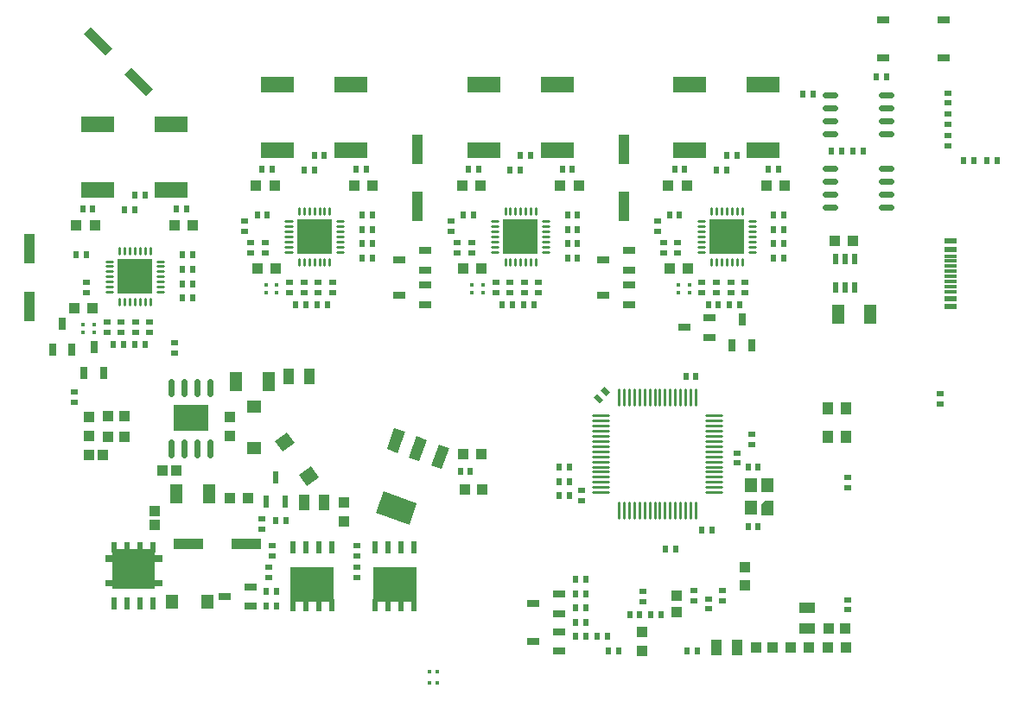
<source format=gtp>
G04 Layer: TopPasteMaskLayer*
G04 EasyEDA v6.3.39, 2020-04-29T16:10:24+08:00*
G04 8e32648d726441b9b9f64577d1232170,fed530592efb474aaabf7115e2e2b964,10*
G04 Gerber Generator version 0.2*
G04 Scale: 100 percent, Rotated: No, Reflected: No *
G04 Dimensions in millimeters *
G04 leading zeros omitted , absolute positions ,3 integer and 3 decimal *
%FSLAX33Y33*%
%MOMM*%
G90*
G71D02*

%ADD11C,0.599999*%
%ADD20C,0.280010*%
%ADD22R,1.150010X0.599999*%
%ADD23R,1.299997X0.299999*%
%ADD24R,1.150010X0.299999*%
%ADD25R,1.150010X1.399997*%
%ADD26R,1.199998X1.899996*%
%ADD27R,0.999998X1.550010*%
%ADD29R,1.550010X0.999998*%
%ADD30R,1.299997X0.699999*%
%ADD31R,0.550012X0.999998*%
%ADD32R,1.470660X1.270000*%
%ADD33R,0.999998X1.099998*%
%ADD34R,1.099998X0.999998*%
%ADD35R,3.450082X2.559990*%
%ADD38R,0.499999X0.799998*%
%ADD39R,0.990600X1.092200*%
%ADD40R,0.799998X0.499999*%
%ADD41R,3.499993X3.499993*%
%ADD42R,0.599999X1.299997*%
%ADD43R,0.999998X1.199998*%
%ADD44R,0.699999X1.250010*%
%ADD45R,1.250010X0.699999*%
%ADD46R,1.092200X0.990600*%
%ADD47R,0.319989X0.319989*%
%ADD48R,2.999994X0.999998*%
%ADD49R,0.999998X2.999994*%
%ADD50R,3.299993X1.599997*%
%ADD51R,0.599999X1.019988*%
%ADD52R,0.599999X1.270000*%
%ADD53R,4.250004X3.499866*%
%ADD54R,0.499999X1.299997*%
%ADD55R,1.199998X1.399997*%

%LPD*%
G54D11*
G01X21366Y33572D02*
G01X21366Y32372D01*
G01X20096Y33572D02*
G01X20096Y32372D01*
G01X18826Y33572D02*
G01X18826Y32372D01*
G01X17556Y33572D02*
G01X17556Y32372D01*
G01X21366Y27629D02*
G01X21366Y26429D01*
G01X20096Y27629D02*
G01X20096Y26429D01*
G01X18826Y27629D02*
G01X18826Y26429D01*
G01X17556Y27629D02*
G01X17556Y26429D01*
G01X87141Y50696D02*
G01X88061Y50696D01*
G01X87141Y51966D02*
G01X88061Y51966D01*
G01X87141Y53236D02*
G01X88061Y53236D01*
G01X87141Y54506D02*
G01X88061Y54506D01*
G01X81661Y50696D02*
G01X82581Y50696D01*
G01X81661Y51966D02*
G01X82581Y51966D01*
G01X81661Y53236D02*
G01X82581Y53236D01*
G01X81661Y54506D02*
G01X82581Y54506D01*
G01X87141Y57896D02*
G01X88061Y57896D01*
G01X87141Y59166D02*
G01X88061Y59166D01*
G01X87141Y60436D02*
G01X88061Y60436D01*
G01X87141Y61706D02*
G01X88061Y61706D01*
G01X81661Y57896D02*
G01X82581Y57896D01*
G01X81661Y59166D02*
G01X82581Y59166D01*
G01X81661Y60436D02*
G01X82581Y60436D01*
G01X81661Y61706D02*
G01X82581Y61706D01*
G54D20*
G01X68911Y20191D02*
G01X68911Y21711D01*
G01X68411Y20191D02*
G01X68411Y21711D01*
G01X67911Y20191D02*
G01X67911Y21711D01*
G01X67411Y20191D02*
G01X67411Y21711D01*
G01X66911Y20191D02*
G01X66911Y21711D01*
G01X66411Y20191D02*
G01X66411Y21711D01*
G01X65911Y20191D02*
G01X65911Y21711D01*
G01X65411Y20191D02*
G01X65411Y21711D01*
G01X64911Y20191D02*
G01X64911Y21711D01*
G01X64411Y20191D02*
G01X64411Y21711D01*
G01X63911Y20191D02*
G01X63911Y21711D01*
G01X63411Y20191D02*
G01X63411Y21711D01*
G01X62911Y20191D02*
G01X62911Y21711D01*
G01X62411Y20191D02*
G01X62411Y21711D01*
G01X61911Y20191D02*
G01X61911Y21711D01*
G01X61411Y20191D02*
G01X61411Y21711D01*
G01X60371Y22751D02*
G01X58851Y22751D01*
G01X60371Y23251D02*
G01X58851Y23251D01*
G01X60371Y23751D02*
G01X58851Y23751D01*
G01X60371Y24251D02*
G01X58851Y24251D01*
G01X60371Y24751D02*
G01X58851Y24751D01*
G01X60371Y25251D02*
G01X58851Y25251D01*
G01X60371Y25751D02*
G01X58851Y25751D01*
G01X60371Y26251D02*
G01X58851Y26251D01*
G01X60371Y26751D02*
G01X58851Y26751D01*
G01X60371Y27251D02*
G01X58851Y27251D01*
G01X60371Y27751D02*
G01X58851Y27751D01*
G01X60371Y28251D02*
G01X58851Y28251D01*
G01X60371Y28751D02*
G01X58851Y28751D01*
G01X60371Y29251D02*
G01X58851Y29251D01*
G01X60371Y29751D02*
G01X58851Y29751D01*
G01X60371Y30251D02*
G01X58851Y30251D01*
G01X61411Y31291D02*
G01X61411Y32811D01*
G01X61911Y31291D02*
G01X61911Y32811D01*
G01X62411Y31291D02*
G01X62411Y32811D01*
G01X62911Y31291D02*
G01X62911Y32811D01*
G01X63411Y31291D02*
G01X63411Y32811D01*
G01X63911Y31291D02*
G01X63911Y32811D01*
G01X64411Y31291D02*
G01X64411Y32811D01*
G01X64911Y31291D02*
G01X64911Y32811D01*
G01X65411Y31291D02*
G01X65411Y32811D01*
G01X65911Y31291D02*
G01X65911Y32811D01*
G01X66411Y31291D02*
G01X66411Y32811D01*
G01X66911Y31291D02*
G01X66911Y32811D01*
G01X67411Y31291D02*
G01X67411Y32811D01*
G01X67911Y31291D02*
G01X67911Y32811D01*
G01X68411Y31291D02*
G01X68411Y32811D01*
G01X68911Y31291D02*
G01X68911Y32811D01*
G01X71471Y30251D02*
G01X69951Y30251D01*
G01X71471Y29751D02*
G01X69951Y29751D01*
G01X71471Y29251D02*
G01X69951Y29251D01*
G01X71471Y28751D02*
G01X69951Y28751D01*
G01X71471Y28251D02*
G01X69951Y28251D01*
G01X71471Y27751D02*
G01X69951Y27751D01*
G01X71471Y27251D02*
G01X69951Y27251D01*
G01X71471Y26751D02*
G01X69951Y26751D01*
G01X71471Y26251D02*
G01X69951Y26251D01*
G01X71471Y25751D02*
G01X69951Y25751D01*
G01X71471Y25251D02*
G01X69951Y25251D01*
G01X71471Y24751D02*
G01X69951Y24751D01*
G01X71471Y24251D02*
G01X69951Y24251D01*
G01X71471Y23751D02*
G01X69951Y23751D01*
G01X71471Y23251D02*
G01X69951Y23251D01*
G01X71471Y22751D02*
G01X69951Y22751D01*
G01X30060Y50611D02*
G01X30060Y49991D01*
G01X30560Y50611D02*
G01X30560Y49991D01*
G01X31060Y50611D02*
G01X31060Y49991D01*
G01X31561Y50611D02*
G01X31561Y49991D01*
G01X32061Y50611D02*
G01X32061Y49991D01*
G01X32561Y50611D02*
G01X32561Y49991D01*
G01X33062Y50611D02*
G01X33062Y49991D01*
G01X33751Y49302D02*
G01X34371Y49302D01*
G01X33751Y48802D02*
G01X34371Y48802D01*
G01X33751Y48301D02*
G01X34371Y48301D01*
G01X33751Y47801D02*
G01X34371Y47801D01*
G01X33751Y47301D02*
G01X34371Y47301D01*
G01X33751Y46800D02*
G01X34371Y46800D01*
G01X33751Y46300D02*
G01X34371Y46300D01*
G01X33062Y45611D02*
G01X33062Y44991D01*
G01X32561Y45611D02*
G01X32561Y44991D01*
G01X32061Y45611D02*
G01X32061Y44991D01*
G01X31561Y45611D02*
G01X31561Y44991D01*
G01X31060Y45611D02*
G01X31060Y44991D01*
G01X30560Y45611D02*
G01X30560Y44991D01*
G01X30060Y45611D02*
G01X30060Y44991D01*
G01X28751Y46300D02*
G01X29371Y46300D01*
G01X28751Y46800D02*
G01X29371Y46800D01*
G01X28751Y47301D02*
G01X29371Y47301D01*
G01X28751Y47801D02*
G01X29371Y47801D01*
G01X28751Y48301D02*
G01X29371Y48301D01*
G01X28751Y48802D02*
G01X29371Y48802D01*
G01X28751Y49302D02*
G01X29371Y49302D01*
G01X12460Y46711D02*
G01X12460Y46091D01*
G01X12960Y46711D02*
G01X12960Y46091D01*
G01X13460Y46711D02*
G01X13460Y46091D01*
G01X13961Y46711D02*
G01X13961Y46091D01*
G01X14461Y46711D02*
G01X14461Y46091D01*
G01X14962Y46711D02*
G01X14962Y46091D01*
G01X15462Y46711D02*
G01X15462Y46091D01*
G01X16151Y45402D02*
G01X16771Y45402D01*
G01X16151Y44902D02*
G01X16771Y44902D01*
G01X16151Y44401D02*
G01X16771Y44401D01*
G01X16151Y43901D02*
G01X16771Y43901D01*
G01X16151Y43400D02*
G01X16771Y43400D01*
G01X16151Y42900D02*
G01X16771Y42900D01*
G01X16151Y42400D02*
G01X16771Y42400D01*
G01X15462Y41711D02*
G01X15462Y41091D01*
G01X14962Y41711D02*
G01X14962Y41091D01*
G01X14461Y41711D02*
G01X14461Y41091D01*
G01X13961Y41711D02*
G01X13961Y41091D01*
G01X13460Y41711D02*
G01X13460Y41091D01*
G01X12960Y41711D02*
G01X12960Y41091D01*
G01X12460Y41711D02*
G01X12460Y41091D01*
G01X11151Y42400D02*
G01X11771Y42400D01*
G01X11151Y42900D02*
G01X11771Y42900D01*
G01X11151Y43400D02*
G01X11771Y43400D01*
G01X11151Y43901D02*
G01X11771Y43901D01*
G01X11151Y44401D02*
G01X11771Y44401D01*
G01X11151Y44902D02*
G01X11771Y44902D01*
G01X11151Y45402D02*
G01X11771Y45402D01*
G01X70460Y50611D02*
G01X70460Y49991D01*
G01X70960Y50611D02*
G01X70960Y49991D01*
G01X71461Y50611D02*
G01X71461Y49991D01*
G01X71961Y50611D02*
G01X71961Y49991D01*
G01X72461Y50611D02*
G01X72461Y49991D01*
G01X72962Y50611D02*
G01X72962Y49991D01*
G01X73462Y50611D02*
G01X73462Y49991D01*
G01X74151Y49302D02*
G01X74771Y49302D01*
G01X74151Y48802D02*
G01X74771Y48802D01*
G01X74151Y48301D02*
G01X74771Y48301D01*
G01X74151Y47801D02*
G01X74771Y47801D01*
G01X74151Y47301D02*
G01X74771Y47301D01*
G01X74151Y46800D02*
G01X74771Y46800D01*
G01X74151Y46300D02*
G01X74771Y46300D01*
G01X73462Y45611D02*
G01X73462Y44991D01*
G01X72962Y45611D02*
G01X72962Y44991D01*
G01X72461Y45611D02*
G01X72461Y44991D01*
G01X71961Y45611D02*
G01X71961Y44991D01*
G01X71461Y45611D02*
G01X71461Y44991D01*
G01X70960Y45611D02*
G01X70960Y44991D01*
G01X70460Y45611D02*
G01X70460Y44991D01*
G01X69151Y46300D02*
G01X69771Y46300D01*
G01X69151Y46800D02*
G01X69771Y46800D01*
G01X69151Y47301D02*
G01X69771Y47301D01*
G01X69151Y47801D02*
G01X69771Y47801D01*
G01X69151Y48301D02*
G01X69771Y48301D01*
G01X69151Y48802D02*
G01X69771Y48802D01*
G01X69151Y49302D02*
G01X69771Y49302D01*
G01X50260Y50611D02*
G01X50260Y49991D01*
G01X50760Y50611D02*
G01X50760Y49991D01*
G01X51260Y50611D02*
G01X51260Y49991D01*
G01X51761Y50611D02*
G01X51761Y49991D01*
G01X52261Y50611D02*
G01X52261Y49991D01*
G01X52762Y50611D02*
G01X52762Y49991D01*
G01X53262Y50611D02*
G01X53262Y49991D01*
G01X53951Y49302D02*
G01X54571Y49302D01*
G01X53951Y48802D02*
G01X54571Y48802D01*
G01X53951Y48301D02*
G01X54571Y48301D01*
G01X53951Y47801D02*
G01X54571Y47801D01*
G01X53951Y47301D02*
G01X54571Y47301D01*
G01X53951Y46800D02*
G01X54571Y46800D01*
G01X53951Y46300D02*
G01X54571Y46300D01*
G01X53262Y45611D02*
G01X53262Y44991D01*
G01X52762Y45611D02*
G01X52762Y44991D01*
G01X52261Y45611D02*
G01X52261Y44991D01*
G01X51761Y45611D02*
G01X51761Y44991D01*
G01X51260Y45611D02*
G01X51260Y44991D01*
G01X50760Y45611D02*
G01X50760Y44991D01*
G01X50260Y45611D02*
G01X50260Y44991D01*
G01X48951Y46300D02*
G01X49571Y46300D01*
G01X48951Y46800D02*
G01X49571Y46800D01*
G01X48951Y47301D02*
G01X49571Y47301D01*
G01X48951Y47801D02*
G01X49571Y47801D01*
G01X48951Y48301D02*
G01X49571Y48301D01*
G01X48951Y48802D02*
G01X49571Y48802D01*
G01X48951Y49302D02*
G01X49571Y49302D01*
G54D22*
G01X93898Y40961D03*
G01X93898Y41761D03*
G01X93898Y47361D03*
G01X93898Y46561D03*
G54D23*
G01X93898Y45911D03*
G54D24*
G01X93898Y45411D03*
G54D23*
G01X93898Y44911D03*
G01X93898Y44411D03*
G01X93898Y43911D03*
G01X93898Y43411D03*
G01X93898Y42911D03*
G54D24*
G01X93898Y42411D03*
G54D25*
G01X74361Y23401D03*
G36*
G01X75386Y20501D02*
G01X75386Y21539D01*
G01X75765Y21901D01*
G01X76536Y21901D01*
G01X76536Y20501D01*
G01X75386Y20501D01*
G37*
G01X74361Y21201D03*
G01X75961Y23401D03*
G54D26*
G01X82861Y40201D03*
G01X86061Y40201D03*
G54D27*
G01X32561Y21701D03*
G01X30561Y21701D03*
G36*
G01X28919Y28628D02*
G01X29647Y27588D01*
G01X28443Y26744D01*
G01X27714Y27785D01*
G01X28919Y28628D01*
G37*
G36*
G01X31279Y25257D02*
G01X32007Y24217D01*
G01X30803Y23374D01*
G01X30074Y24414D01*
G01X31279Y25257D01*
G37*
G01X72961Y7501D03*
G01X70961Y7501D03*
G54D29*
G01X79861Y11401D03*
G01X79861Y9401D03*
G54D30*
G01X93261Y65351D03*
G01X87261Y65351D03*
G01X93261Y69051D03*
G01X87261Y69051D03*
G54D31*
G01X82625Y45601D03*
G01X83575Y45601D03*
G01X84525Y45601D03*
G01X84525Y42801D03*
G01X83575Y42801D03*
G01X82625Y42801D03*
G54D32*
G01X25661Y27043D03*
G01X25661Y31158D03*
G54D33*
G01X47961Y26501D03*
G01X46161Y26501D03*
G54D34*
G01X34461Y19901D03*
G01X34461Y21701D03*
G54D33*
G01X84361Y47401D03*
G01X82561Y47401D03*
G54D26*
G01X23861Y33601D03*
G01X27061Y33601D03*
G54D35*
G01X19461Y30001D03*
G54D34*
G01X23261Y28301D03*
G01X23261Y30101D03*
G36*
G01X40869Y19557D02*
G01X37580Y20754D01*
G01X38333Y22821D01*
G01X41622Y21624D01*
G01X40869Y19557D01*
G37*
G36*
G01X39700Y26578D02*
G01X38666Y26954D01*
G01X39419Y29021D01*
G01X40452Y28645D01*
G01X39700Y26578D01*
G37*
G36*
G01X41861Y25791D02*
G01X40828Y26167D01*
G01X41580Y28235D01*
G01X42614Y27858D01*
G01X41861Y25791D01*
G37*
G36*
G01X44023Y25004D02*
G01X42989Y25381D01*
G01X43741Y27448D01*
G01X44775Y27072D01*
G01X44023Y25004D01*
G37*
G54D38*
G01X28761Y20001D03*
G01X27761Y20001D03*
G01X14961Y51901D03*
G01X13961Y51901D03*
G01X18661Y46001D03*
G01X19661Y46001D03*
G01X12961Y50401D03*
G01X13961Y50401D03*
G01X9261Y46001D03*
G01X8261Y46001D03*
G01X32561Y55801D03*
G01X31561Y55801D03*
G01X36261Y49901D03*
G01X37261Y49901D03*
G01X30561Y54301D03*
G01X31561Y54301D03*
G01X26961Y49901D03*
G01X25961Y49901D03*
G01X52761Y55801D03*
G01X51761Y55801D03*
G01X56361Y49901D03*
G01X57361Y49901D03*
G01X50761Y54301D03*
G01X51761Y54301D03*
G01X47161Y49901D03*
G01X46161Y49901D03*
G01X72961Y55801D03*
G01X71961Y55801D03*
G01X76561Y49901D03*
G01X77561Y49901D03*
G01X70961Y54301D03*
G01X71961Y54301D03*
G01X67361Y49901D03*
G01X66361Y49901D03*
G54D39*
G01X73761Y13650D03*
G01X73761Y15352D03*
G54D40*
G01X17861Y36401D03*
G01X17861Y37401D03*
G54D38*
G01X12861Y37201D03*
G01X11861Y37201D03*
G01X13961Y37201D03*
G01X14961Y37201D03*
G54D41*
G01X31561Y47801D03*
G01X13961Y43901D03*
G01X71961Y47801D03*
G01X51761Y47801D03*
G54D42*
G01X28711Y21801D03*
G01X27761Y24201D03*
G01X26811Y21801D03*
G54D43*
G01X81861Y28201D03*
G01X81861Y31001D03*
G01X83661Y31001D03*
G01X83661Y28201D03*
G54D40*
G01X11261Y38401D03*
G01X11261Y39401D03*
G01X29161Y42301D03*
G01X29161Y43301D03*
G01X49361Y42301D03*
G01X49361Y43301D03*
G01X69561Y42301D03*
G01X69561Y43301D03*
G54D44*
G01X6861Y39251D03*
G01X7811Y36751D03*
G01X5911Y36751D03*
G01X9961Y36951D03*
G01X10911Y34451D03*
G01X9011Y34451D03*
G54D45*
G01X39911Y45501D03*
G01X42411Y46451D03*
G01X42411Y44551D03*
G01X39911Y42101D03*
G01X42411Y43051D03*
G01X42411Y41151D03*
G01X67811Y38901D03*
G01X70310Y39851D03*
G01X70310Y37951D03*
G54D44*
G01X73461Y39651D03*
G01X74411Y37151D03*
G01X72511Y37151D03*
G54D45*
G01X59911Y45501D03*
G01X62411Y46451D03*
G01X62411Y44551D03*
G01X59911Y42101D03*
G01X62411Y43051D03*
G01X62411Y41151D03*
G54D33*
G01X8061Y40801D03*
G01X9861Y40801D03*
G01X25961Y44701D03*
G01X27761Y44701D03*
G01X10061Y48901D03*
G01X8261Y48901D03*
G01X17861Y48901D03*
G01X19661Y48901D03*
G01X35461Y52801D03*
G01X37261Y52801D03*
G01X27661Y52801D03*
G01X25861Y52801D03*
G01X75861Y52801D03*
G01X77661Y52801D03*
G01X68061Y52801D03*
G01X66261Y52801D03*
G01X47861Y52801D03*
G01X46061Y52801D03*
G01X55661Y52801D03*
G01X57461Y52801D03*
G01X46161Y44701D03*
G01X47961Y44701D03*
G01X66361Y44701D03*
G01X68161Y44701D03*
G54D40*
G01X15461Y39401D03*
G01X15461Y38401D03*
G01X12661Y38401D03*
G01X12661Y39401D03*
G01X14061Y38401D03*
G01X14061Y39401D03*
G54D46*
G01X46310Y23001D03*
G01X48012Y23001D03*
G54D40*
G01X9261Y43301D03*
G01X9261Y42301D03*
G01X26761Y47201D03*
G01X26761Y46201D03*
G01X67161Y47201D03*
G01X67161Y46201D03*
G01X46961Y47201D03*
G01X46961Y46201D03*
G54D47*
G01X9996Y39191D03*
G01X9996Y38411D03*
G01X8926Y38411D03*
G01X8926Y39191D03*
G01X27896Y43091D03*
G01X27896Y42311D03*
G01X26826Y42311D03*
G01X26826Y43091D03*
G01X68296Y43091D03*
G01X68296Y42311D03*
G01X67226Y42311D03*
G01X67226Y43091D03*
G01X48096Y43091D03*
G01X48096Y42311D03*
G01X47026Y42311D03*
G01X47026Y43091D03*
G01X43651Y4066D03*
G01X42871Y4066D03*
G01X42871Y5136D03*
G01X43651Y5136D03*
G36*
G01X13634Y64435D02*
G01X15755Y62314D01*
G01X15048Y61607D01*
G01X12926Y63728D01*
G01X13634Y64435D01*
G37*
G36*
G01X9674Y68395D02*
G01X11795Y66274D01*
G01X11088Y65567D01*
G01X8967Y67688D01*
G01X9674Y68395D01*
G37*
G54D49*
G01X3661Y46601D03*
G01X3661Y41001D03*
G01X61861Y50801D03*
G01X61861Y56401D03*
G01X41661Y50801D03*
G01X41661Y56401D03*
G54D50*
G01X17561Y58851D03*
G01X17561Y52351D03*
G01X10361Y58851D03*
G01X10361Y52351D03*
G54D38*
G01X37261Y45701D03*
G01X36261Y45701D03*
G01X19661Y41801D03*
G01X18661Y41801D03*
G01X19061Y50501D03*
G01X18061Y50501D03*
G01X8861Y50501D03*
G01X9861Y50501D03*
G01X36661Y54401D03*
G01X35661Y54401D03*
G01X26461Y54401D03*
G01X27461Y54401D03*
G01X77561Y45701D03*
G01X76561Y45701D03*
G01X57361Y45701D03*
G01X56361Y45701D03*
G01X56861Y54401D03*
G01X55861Y54401D03*
G01X46661Y54401D03*
G01X47661Y54401D03*
G01X77061Y54401D03*
G01X76061Y54401D03*
G01X66861Y54401D03*
G01X67861Y54401D03*
G36*
G01X11761Y17201D02*
G01X11761Y16601D01*
G01X11061Y16601D01*
G01X11061Y15901D01*
G01X11761Y15901D01*
G01X11761Y14101D01*
G01X11061Y14101D01*
G01X11061Y13501D01*
G01X11761Y13501D01*
G01X11761Y13301D01*
G01X15961Y13301D01*
G01X15961Y13501D01*
G01X16661Y13501D01*
G01X16661Y14101D01*
G01X15961Y14101D01*
G01X15961Y15901D01*
G01X16661Y15901D01*
G01X16661Y16601D01*
G01X15961Y16601D01*
G01X15961Y17201D01*
G01X11761Y17201D01*
G37*
G54D51*
G01X15767Y17338D03*
G01X14497Y17338D03*
G01X13227Y17338D03*
G01X11954Y17338D03*
G54D52*
G01X15767Y11863D03*
G01X14497Y11863D03*
G01X13227Y11863D03*
G01X11957Y11863D03*
G54D53*
G01X39461Y13688D03*
G54D54*
G01X41366Y11643D03*
G01X40096Y11643D03*
G01X38826Y11643D03*
G01X37556Y11643D03*
G01X37556Y17358D03*
G01X38826Y17358D03*
G01X40096Y17358D03*
G01X41366Y17358D03*
G54D53*
G01X31361Y13688D03*
G54D54*
G01X33266Y11643D03*
G01X31996Y11643D03*
G01X30726Y11643D03*
G01X29456Y11643D03*
G01X29456Y17358D03*
G01X30726Y17358D03*
G01X31996Y17358D03*
G01X33266Y17358D03*
G54D40*
G01X8061Y32601D03*
G01X8061Y31601D03*
G54D45*
G01X22811Y12501D03*
G01X25311Y13451D03*
G01X25311Y11551D03*
G01X53011Y11801D03*
G01X55511Y12751D03*
G01X55511Y10851D03*
G01X53011Y8101D03*
G01X55511Y9051D03*
G01X55511Y7151D03*
G54D34*
G01X63661Y7201D03*
G01X63661Y9001D03*
G54D33*
G01X81861Y7501D03*
G01X83661Y7501D03*
G01X80061Y7501D03*
G01X78261Y7501D03*
G54D27*
G01X31061Y34101D03*
G01X29061Y34101D03*
G54D34*
G01X9461Y28301D03*
G01X9461Y30101D03*
G54D33*
G01X23261Y22201D03*
G01X25061Y22201D03*
G54D26*
G01X18061Y22601D03*
G01X21261Y22601D03*
G54D48*
G01X19261Y17701D03*
G01X24861Y17701D03*
G54D40*
G01X71561Y12101D03*
G01X71561Y13101D03*
G01X74461Y27401D03*
G01X74461Y28401D03*
G54D38*
G01X60261Y8601D03*
G01X59261Y8601D03*
G01X61361Y7201D03*
G01X60361Y7201D03*
G01X69061Y7201D03*
G01X68061Y7201D03*
G54D40*
G01X83861Y24201D03*
G01X83861Y23201D03*
G01X83861Y12201D03*
G01X83861Y11201D03*
G36*
G01X58948Y32053D02*
G01X59301Y32407D01*
G01X59867Y31841D01*
G01X59513Y31488D01*
G01X58948Y32053D01*
G37*
G36*
G01X59655Y32761D02*
G01X60008Y33114D01*
G01X60574Y32548D01*
G01X60221Y32195D01*
G01X59655Y32761D01*
G37*
G54D38*
G01X68961Y34101D03*
G01X67961Y34101D03*
G54D40*
G01X57761Y22901D03*
G01X57761Y21901D03*
G54D38*
G01X69561Y19001D03*
G01X70561Y19001D03*
G01X79461Y61801D03*
G01X80461Y61801D03*
G01X82261Y56201D03*
G01X83261Y56201D03*
G01X74061Y25201D03*
G01X75061Y25201D03*
G01X74061Y19401D03*
G01X75061Y19401D03*
G54D55*
G01X21061Y12001D03*
G01X17661Y12001D03*
G54D38*
G01X56560Y25201D03*
G01X55560Y25201D03*
G01X56560Y23802D03*
G01X55560Y23802D03*
G54D33*
G01X81960Y9400D03*
G01X83560Y9400D03*
G01X74861Y7500D03*
G01X76461Y7500D03*
G54D40*
G01X26462Y20100D03*
G01X26462Y19100D03*
G54D33*
G01X12961Y30200D03*
G01X11361Y30200D03*
G54D34*
G01X15960Y20900D03*
G01X15960Y19500D03*
G54D33*
G01X16660Y24902D03*
G01X18060Y24902D03*
G01X10861Y26400D03*
G01X9461Y26400D03*
G54D40*
G01X24761Y48301D03*
G01X24761Y49301D03*
G54D38*
G01X31860Y41102D03*
G01X32860Y41102D03*
G01X30762Y41102D03*
G01X29762Y41102D03*
G54D40*
G01X44961Y48301D03*
G01X44961Y49301D03*
G01X65161Y48301D03*
G01X65161Y49301D03*
G54D38*
G01X71160Y41102D03*
G01X70160Y41102D03*
G01X72261Y41102D03*
G01X73261Y41102D03*
G01X52060Y41102D03*
G01X53060Y41102D03*
G01X50960Y41102D03*
G01X49960Y41102D03*
G54D33*
G01X12961Y28201D03*
G01X11361Y28201D03*
G54D40*
G01X70160Y12300D03*
G01X70160Y11300D03*
G54D38*
G01X62462Y10700D03*
G01X63462Y10700D03*
G54D40*
G01X68761Y12100D03*
G01X68761Y13100D03*
G01X63762Y12001D03*
G01X63762Y13001D03*
G54D38*
G01X66962Y17200D03*
G01X65962Y17200D03*
G54D40*
G01X35761Y16502D03*
G01X35761Y17502D03*
G01X27460Y16502D03*
G01X27460Y17502D03*
G54D38*
G01X27861Y13001D03*
G01X26861Y13001D03*
G01X58161Y12801D03*
G01X57161Y12801D03*
G01X58161Y10002D03*
G01X57161Y10002D03*
G54D40*
G01X92860Y31401D03*
G01X92860Y32401D03*
G54D38*
G01X98460Y55300D03*
G01X97460Y55300D03*
G01X95162Y55300D03*
G01X96162Y55300D03*
G01X84361Y56202D03*
G01X85361Y56202D03*
G01X87660Y63502D03*
G01X86660Y63502D03*
G54D40*
G01X93660Y61901D03*
G01X93660Y60901D03*
G54D34*
G01X67061Y11000D03*
G01X67061Y12600D03*
G54D40*
G01X33361Y43301D03*
G01X33361Y42301D03*
G01X31961Y42301D03*
G01X31961Y43301D03*
G01X30561Y42301D03*
G01X30561Y43301D03*
G01X73762Y43301D03*
G01X73762Y42301D03*
G01X53561Y43301D03*
G01X53561Y42301D03*
G01X70960Y42301D03*
G01X70960Y43301D03*
G01X72360Y42301D03*
G01X72360Y43301D03*
G01X52162Y42301D03*
G01X52162Y43301D03*
G01X50762Y42301D03*
G01X50762Y43301D03*
G54D38*
G01X46860Y24800D03*
G01X45860Y24800D03*
G54D40*
G01X72962Y25600D03*
G01X72962Y26600D03*
G54D38*
G01X56560Y22402D03*
G01X55560Y22402D03*
G54D50*
G01X27960Y62751D03*
G01X27960Y56251D03*
G01X35161Y62751D03*
G01X35161Y56251D03*
G01X68362Y62751D03*
G01X68362Y56251D03*
G01X75560Y62751D03*
G01X75560Y56251D03*
G01X55362Y62751D03*
G01X55362Y56251D03*
G01X48161Y62751D03*
G01X48161Y56251D03*
G54D40*
G01X35761Y14401D03*
G01X35761Y15401D03*
G01X27061Y14401D03*
G01X27061Y15401D03*
G54D38*
G01X26861Y11602D03*
G01X27861Y11602D03*
G01X57161Y11401D03*
G01X58161Y11401D03*
G01X57161Y8600D03*
G01X58161Y8600D03*
G01X65560Y10700D03*
G01X64560Y10700D03*
G54D40*
G01X93660Y56700D03*
G01X93660Y57700D03*
G01X93660Y58800D03*
G01X93660Y59800D03*
G01X25362Y46202D03*
G01X25362Y47202D03*
G01X45560Y46202D03*
G01X45560Y47202D03*
G01X65761Y46202D03*
G01X65761Y47202D03*
G54D38*
G01X57161Y14200D03*
G01X58161Y14200D03*
G01X18662Y44602D03*
G01X19662Y44602D03*
G01X18662Y43202D03*
G01X19662Y43202D03*
G01X36261Y47101D03*
G01X37261Y47101D03*
G01X36261Y48501D03*
G01X37261Y48501D03*
G01X56360Y47101D03*
G01X57360Y47101D03*
G01X56360Y48501D03*
G01X57360Y48501D03*
G01X76561Y48501D03*
G01X77561Y48501D03*
G01X76561Y47101D03*
G01X77561Y47101D03*
M00*
M02*

</source>
